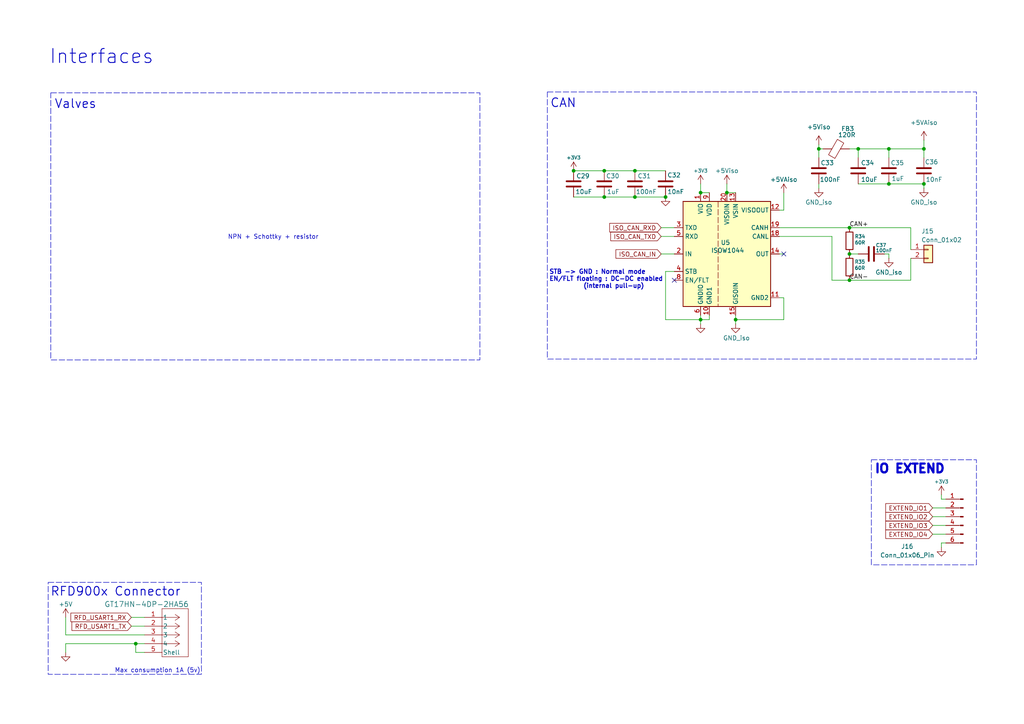
<source format=kicad_sch>
(kicad_sch (version 20250114) (generator "eeschema") (generator_version "9.0")
  (paper "A4")
  (lib_symbols
    (symbol "+5V_1" (power) (pin_numbers (hide yes)) (pin_names (offset 0) (hide yes))
      (property "Value" "+5V" (at 0 3.556 0))
      (symbol "+5V_1_0_1"
        (polyline (pts (xy -0.762 1.27) (xy 0 2.54)))
        (polyline (pts (xy 0 2.54) (xy 0.762 1.27)))
        (polyline (pts (xy 0 0) (xy 0 2.54)))
      )
      (symbol "+5V_1_1_1"
        (pin power_in line (at 0 0 90) (length 0) (name "~") (number "1"))
      )
    )
    (symbol "Connector:Conn_01x06_Pin" (pin_names (offset 1.016) (hide yes))
      (property "Reference" "J" (at 0 7.62 0))
      (property "Value" "Conn_01x06_Pin" (at 0 -10.16 0))
      (symbol "Conn_01x06_Pin_1_1"
        (rectangle (start 0.8636 5.207) (end 0 4.953) (stroke (width 0.1524)) (fill (type outline)))
        (rectangle (start 0.8636 2.667) (end 0 2.413) (stroke (width 0.1524)) (fill (type outline)))
        (rectangle (start 0.8636 0.127) (end 0 -0.127) (stroke (width 0.1524)) (fill (type outline)))
        (rectangle (start 0.8636 -2.413) (end 0 -2.667) (stroke (width 0.1524)) (fill (type outline)))
        (rectangle (start 0.8636 -4.953) (end 0 -5.207) (stroke (width 0.1524)) (fill (type outline)))
        (rectangle (start 0.8636 -7.493) (end 0 -7.747) (stroke (width 0.1524)) (fill (type outline)))
        (polyline (pts (xy 1.27 5.08) (xy 0.8636 5.08)) (stroke (width 0.1524)))
        (polyline (pts (xy 1.27 2.54) (xy 0.8636 2.54)) (stroke (width 0.1524)))
        (polyline (pts (xy 1.27 0) (xy 0.8636 0)) (stroke (width 0.1524)))
        (polyline (pts (xy 1.27 -2.54) (xy 0.8636 -2.54)) (stroke (width 0.1524)))
        (polyline (pts (xy 1.27 -5.08) (xy 0.8636 -5.08)) (stroke (width 0.1524)))
        (polyline (pts (xy 1.27 -7.62) (xy 0.8636 -7.62)) (stroke (width 0.1524)))
        (pin passive line (at 5.08 5.08 180) (length 3.81) (name "Pin_1") (number "1"))
        (pin passive line (at 5.08 2.54 180) (length 3.81) (name "Pin_2") (number "2"))
        (pin passive line (at 5.08 0 180) (length 3.81) (name "Pin_3") (number "3"))
        (pin passive line (at 5.08 -2.54 180) (length 3.81) (name "Pin_4") (number "4"))
        (pin passive line (at 5.08 -5.08 180) (length 3.81) (name "Pin_5") (number "5"))
        (pin passive line (at 5.08 -7.62 180) (length 3.81) (name "Pin_6") (number "6"))
      )
    )
    (symbol "Connector_Generic:Conn_01x02" (pin_names (offset 1.016) (hide yes))
      (property "Reference" "J" (at 0 2.54 0))
      (property "Value" "Conn_01x02" (at 0 -5.08 0))
      (symbol "Conn_01x02_1_1"
        (rectangle (start -1.27 1.27) (end 1.27 -3.81) (stroke (width 0.254)) (fill (type background)))
        (rectangle (start -1.27 0.127) (end 0 -0.127) (stroke (width 0.1524)))
        (rectangle (start -1.27 -2.413) (end 0 -2.667) (stroke (width 0.1524)))
        (pin passive line (at -5.08 0 0) (length 3.81) (name "Pin_1") (number "1"))
        (pin passive line (at -5.08 -2.54 0) (length 3.81) (name "Pin_2") (number "2"))
      )
    )
    (symbol "Device:C" (pin_numbers (hide yes)) (pin_names (offset 0.254))
      (property "Reference" "C" (at 0.635 2.54 0))
      (property "Value" "C" (at 0.635 -2.54 0))
      (symbol "C_0_1"
        (polyline (pts (xy -2.032 0.762) (xy 2.032 0.762)) (stroke (width 0.508)))
        (polyline (pts (xy -2.032 -0.762) (xy 2.032 -0.762)) (stroke (width 0.508)))
      )
      (symbol "C_1_1"
        (pin passive line (at 0 3.81 270) (length 2.794) (name "~") (number "1"))
        (pin passive line (at 0 -3.81 90) (length 2.794) (name "~") (number "2"))
      )
    )
    (symbol "Device:FerriteBead" (pin_numbers (hide yes)) (pin_names (offset 0))
      (property "Reference" "FB" (at -3.81 0.635 90))
      (property "Value" "FerriteBead" (at 3.81 0 90))
      (symbol "FerriteBead_0_1"
        (polyline (pts (xy -2.7686 0.4064) (xy -1.7018 2.2606) (xy 2.7686 -0.3048) (xy 1.6764 -2.159) (xy -2.7686 0.4064)))
        (polyline (pts (xy 0 1.27) (xy 0 1.2954)))
        (polyline (pts (xy 0 -1.27) (xy 0 -1.2192)))
      )
      (symbol "FerriteBead_1_1"
        (pin passive line (at 0 3.81 270) (length 2.54) (name "~") (number "1"))
        (pin passive line (at 0 -3.81 90) (length 2.54) (name "~") (number "2"))
      )
    )
    (symbol "Device:R" (pin_numbers (hide yes)) (pin_names (offset 0))
      (property "Reference" "R" (at 2.032 0 90))
      (property "Value" "R" (at 0 0 90))
      (symbol "R_0_1"
        (rectangle (start -1.016 -2.54) (end 1.016 2.54) (stroke (width 0.254)))
      )
      (symbol "R_1_1"
        (pin passive line (at 0 3.81 270) (length 1.27) (name "~") (number "1"))
        (pin passive line (at 0 -3.81 90) (length 1.27) (name "~") (number "2"))
      )
    )
    (symbol "Interface_CAN_LIN:ISOW1044"
      (property "Reference" "U" (at -12.7 16.51 0))
      (property "Value" "ISOW1044" (at 13.97 16.51 0))
      (symbol "ISOW1044_0_1"
        (rectangle (start -12.7 15.24) (end 12.7 -15.24) (stroke (width 0.254)) (fill (type background)))
      )
      (symbol "ISOW1044_1_1"
        (polyline (pts (xy -2.54 15.24) (xy -2.54 -15.24)) (stroke (width 0) (type dash)))
        (pin input line (at -15.24 7.62 0) (length 2.54) (name "TXD") (number "3"))
        (pin output line (at -15.24 5.08 0) (length 2.54) (name "RXD") (number "5"))
        (pin input line (at -15.24 0 0) (length 2.54) (name "IN") (number "2"))
        (pin input line (at -15.24 -5.08 0) (length 2.54) (name "STB") (number "4"))
        (pin input line (at -15.24 -7.62 0) (length 2.54) (name "EN/FLT") (number "8"))
        (pin no_connect line (at -12.7 -10.16 0) (length 2.54) (hide yes) (name "NC") (number "7"))
        (pin power_in line (at -7.62 17.78 270) (length 2.54) (name "VIO") (number "1"))
        (pin power_in line (at -7.62 -17.78 90) (length 2.54) (name "GNDIO") (number "6"))
        (pin power_in line (at -5.08 17.78 270) (length 2.54) (name "VDD") (number "9"))
        (pin power_in line (at -5.08 -17.78 90) (length 2.54) (name "GND1") (number "10"))
        (pin power_in line (at 0 17.78 270) (length 2.54) (name "VISOIN") (number "20"))
        (pin power_in line (at 2.54 17.78 270) (length 2.54) (name "VSIN") (number "13"))
        (pin power_in line (at 2.54 -17.78 90) (length 2.54) (name "GISOIN") (number "15"))
        (pin passive line (at 2.54 -17.78 90) (length 2.54) (hide yes) (name "GISOIN") (number "16"))
        (pin passive line (at 2.54 -17.78 90) (length 2.54) (hide yes) (name "GISOIN") (number "17"))
        (pin power_out line (at 15.24 12.7 180) (length 2.54) (name "VISOOUT") (number "12"))
        (pin bidirectional line (at 15.24 7.62 180) (length 2.54) (name "CANH") (number "19"))
        (pin bidirectional line (at 15.24 5.08 180) (length 2.54) (name "CANL") (number "18"))
        (pin output line (at 15.24 0 180) (length 2.54) (name "OUT") (number "14"))
        (pin power_out line (at 15.24 -12.7 180) (length 2.54) (name "GND2") (number "11"))
      )
    )
    (symbol "PCB_GSE:GT17HN-4DP-2HA56" (pin_names (offset 0.254))
      (property "Value" "GT17HN-4DP-2HA56" (at 1.016 4.064 0))
      (symbol "GT17HN-4DP-2HA56_1_1"
        (polyline (pts (xy 5.08 2.54) (xy 5.08 -11.43)) (stroke (width 0.127)))
        (polyline (pts (xy 5.08 -11.43) (xy 12.7 -11.43)) (stroke (width 0.127)))
        (polyline (pts (xy 10.16 0) (xy 5.08 0)) (stroke (width 0.127)))
        (polyline (pts (xy 10.16 0) (xy 8.89 0.8467)) (stroke (width 0.127)))
        (polyline (pts (xy 10.16 0) (xy 8.89 -0.8467)) (stroke (width 0.127)))
        (polyline (pts (xy 10.16 -2.54) (xy 5.08 -2.54)) (stroke (width 0.127)))
        (polyline (pts (xy 10.16 -2.54) (xy 8.89 -1.6933)) (stroke (width 0.127)))
        (polyline (pts (xy 10.16 -2.54) (xy 8.89 -3.3867)) (stroke (width 0.127)))
        (polyline (pts (xy 10.16 -5.08) (xy 5.08 -5.08)) (stroke (width 0.127)))
        (polyline (pts (xy 10.16 -5.08) (xy 8.89 -4.2333)) (stroke (width 0.127)))
        (polyline (pts (xy 10.16 -5.08) (xy 8.89 -5.9267)) (stroke (width 0.127)))
        (polyline (pts (xy 10.16 -7.62) (xy 5.08 -7.62)) (stroke (width 0.127)))
        (polyline (pts (xy 10.16 -7.62) (xy 8.89 -6.7733)) (stroke (width 0.127)))
        (polyline (pts (xy 10.16 -7.62) (xy 8.89 -8.4667)) (stroke (width 0.127)))
        (polyline (pts (xy 12.7 2.54) (xy 5.08 2.54)) (stroke (width 0.127)))
        (polyline (pts (xy 12.7 -11.43) (xy 12.7 2.54)) (stroke (width 0.127)))
        (pin unspecified line (at 0 0 0) (length 5.08) (name "1") (number "1"))
        (pin unspecified line (at 0 -2.54 0) (length 5.08) (name "2") (number "2"))
        (pin unspecified line (at 0 -5.08 0) (length 5.08) (name "3") (number "3"))
        (pin unspecified line (at 0 -7.62 0) (length 5.08) (name "4") (number "4"))
        (pin unspecified line (at 0 -10.16 0) (length 5.08) (name "Shell") (number "5"))
      )
      (symbol "GT17HN-4DP-2HA56_1_2"
        (polyline (pts (xy 5.08 2.54) (xy 5.08 -10.16)) (stroke (width 0.127)))
        (polyline (pts (xy 5.08 -10.16) (xy 12.7 -10.16)) (stroke (width 0.127)))
        (polyline (pts (xy 7.62 0) (xy 5.08 0)) (stroke (width 0.127)))
        (polyline (pts (xy 7.62 0) (xy 8.89 0.8467)) (stroke (width 0.127)))
        (polyline (pts (xy 7.62 0) (xy 8.89 -0.8467)) (stroke (width 0.127)))
        (polyline (pts (xy 7.62 -2.54) (xy 5.08 -2.54)) (stroke (width 0.127)))
        (polyline (pts (xy 7.62 -2.54) (xy 8.89 -1.6933)) (stroke (width 0.127)))
        (polyline (pts (xy 7.62 -2.54) (xy 8.89 -3.3867)) (stroke (width 0.127)))
        (polyline (pts (xy 7.62 -5.08) (xy 5.08 -5.08)) (stroke (width 0.127)))
        (polyline (pts (xy 7.62 -5.08) (xy 8.89 -4.2333)) (stroke (width 0.127)))
        (polyline (pts (xy 7.62 -5.08) (xy 8.89 -5.9267)) (stroke (width 0.127)))
        (polyline (pts (xy 7.62 -7.62) (xy 5.08 -7.62)) (stroke (width 0.127)))
        (polyline (pts (xy 7.62 -7.62) (xy 8.89 -6.7733)) (stroke (width 0.127)))
        (polyline (pts (xy 7.62 -7.62) (xy 8.89 -8.4667)) (stroke (width 0.127)))
        (polyline (pts (xy 12.7 2.54) (xy 5.08 2.54)) (stroke (width 0.127)))
        (polyline (pts (xy 12.7 -10.16) (xy 12.7 2.54)) (stroke (width 0.127)))
        (pin unspecified line (at 0 0 0) (length 5.08) (name "1") (number "1"))
        (pin unspecified line (at 0 -2.54 0) (length 5.08) (name "2") (number "2"))
        (pin unspecified line (at 0 -5.08 0) (length 5.08) (name "3") (number "3"))
        (pin unspecified line (at 0 -7.62 0) (length 5.08) (name "4") (number "4"))
      )
    )
    (symbol "power:+3V3" (power) (pin_names (offset 0))
      (property "Value" "+3V3" (at 0 3.556 0))
      (symbol "+3V3_0_1"
        (polyline (pts (xy -0.762 1.27) (xy 0 2.54)))
        (polyline (pts (xy 0 2.54) (xy 0.762 1.27)))
        (polyline (pts (xy 0 0) (xy 0 2.54)))
      )
      (symbol "+3V3_1_1"
        (pin power_in line (at 0 0 90) (length 0) (hide yes) (name "+3V3") (number "1"))
      )
    )
    (symbol "power:+5V" (power) (pin_numbers (hide yes)) (pin_names (offset 0) (hide yes))
      (property "Value" "+5V" (at 0 3.556 0))
      (symbol "+5V_0_1"
        (polyline (pts (xy -0.762 1.27) (xy 0 2.54)))
        (polyline (pts (xy 0 2.54) (xy 0.762 1.27)))
        (polyline (pts (xy 0 0) (xy 0 2.54)))
      )
      (symbol "+5V_1_1"
        (pin power_in line (at 0 0 90) (length 0) (name "~") (number "1"))
      )
    )
    (symbol "power:GND" (power) (pin_names (offset 0))
      (property "Value" "GND" (at 0 -3.81 0))
      (symbol "GND_0_1"
        (polyline (pts (xy 0 0) (xy 0 -1.27) (xy 1.27 -1.27) (xy 0 -2.54) (xy -1.27 -1.27) (xy 0 -1.27)))
      )
      (symbol "GND_1_1"
        (pin power_in line (at 0 0 270) (length 0) (hide yes) (name "GND") (number "1"))
      )
    )
    (symbol "power:GND1" (power) (pin_numbers (hide yes)) (pin_names (offset 0) (hide yes))
      (property "Value" "GND1" (at 0 -3.81 0))
      (symbol "GND1_0_1"
        (polyline (pts (xy 0 0) (xy 0 -1.27) (xy 1.27 -1.27) (xy 0 -2.54) (xy -1.27 -1.27) (xy 0 -1.27)))
      )
      (symbol "GND1_1_1"
        (pin power_in line (at 0 0 270) (length 0) (name "~") (number "1"))
      )
    )
  )
  (rectangle (start 14.732 26.924) (end 139.192 104.394) (stroke (width 0) (type dash)))
  (rectangle (start 13.97 168.91) (end 58.42 195.58) (stroke (width 0) (type dash)))
  (rectangle (start 252.73 133.35) (end 283.21 163.83) (stroke (width 0) (type dash)))
  (rectangle (start 158.75 26.67) (end 283.21 104.14) (stroke (width 0) (type dash)))
  (text "Max consumption 1A (5v)" (at 45.72 194.564 0) (effects (font (size 1.27 1.27))))
  (text "IO EXTEND" (at 253.492 134.62 0) (effects (font (size 2.54 2.54) (thickness 0.8) (bold yes)) (justify left top)))
  (text "NPN + Schottky + resistor" (at 79.248 68.834 0) (effects (font (size 1.27 1.27))))
  (text "Interfaces" (at 29.464 16.51 0) (effects (font (size 4.064 4.064) (thickness 0.254) (bold yes))))
  (text "STB -> GND : Normal mode\nEN/FLT floating : DC-DC enabled \n		(internal pull-up)" (at 159.258 83.82 0) (effects (font (size 1.27 1.27) (thickness 0.254) (bold yes)) (justify left bottom)))
  (text "RFD900x Connector" (at 33.528 171.704 0) (effects (font (size 2.54 2.54) (thickness 0.254) (bold yes))))
  (text "CAN" (at 159.512 31.496 0) (effects (font (size 2.54 2.54) (thickness 0.254) (bold yes)) (justify left bottom)))
  (text "Valves" (at 15.748 31.75 0) (effects (font (size 2.54 2.54) (thickness 0.254) (bold yes)) (justify left bottom)))
  (junction (at 175.26 57.15))
  (junction (at 210.82 55.88))
  (junction (at 246.38 81.28))
  (junction (at 246.38 66.04))
  (junction (at 237.49 43.18))
  (junction (at 203.2 55.88))
  (junction (at 39.37 186.69))
  (junction (at 213.36 92.71))
  (junction (at 184.15 57.15))
  (junction (at 267.97 43.18))
  (junction (at 267.97 53.34))
  (junction (at 193.04 57.15))
  (junction (at 248.92 43.18))
  (junction (at 257.81 53.34))
  (junction (at 166.37 49.53))
  (junction (at 203.2 92.71))
  (junction (at 246.38 73.66))
  (junction (at 184.15 49.53))
  (junction (at 175.26 49.53))
  (junction (at 257.81 43.18))
  (no_connect (at 195.58 81.28))
  (no_connect (at 227.33 73.66))
  (wire (pts (xy 257.81 73.66) (xy 256.54 73.66)))
  (wire (pts (xy 227.33 86.36) (xy 227.33 92.71)))
  (wire (pts (xy 205.74 92.71) (xy 205.74 91.44)))
  (wire (pts (xy 193.04 92.71) (xy 203.2 92.71)))
  (wire (pts (xy 227.33 86.36) (xy 226.06 86.36)))
  (wire (pts (xy 237.49 43.18) (xy 237.49 45.72)))
  (wire (pts (xy 246.38 81.28) (xy 264.16 81.28)))
  (wire (pts (xy 39.37 189.23) (xy 39.37 186.69)))
  (wire (pts (xy 166.37 49.53) (xy 175.26 49.53)))
  (wire (pts (xy 241.3 81.28) (xy 246.38 81.28)))
  (wire (pts (xy 273.05 144.78) (xy 274.32 144.78)))
  (wire (pts (xy 267.97 40.64) (xy 267.97 43.18)))
  (wire (pts (xy 241.3 68.58) (xy 241.3 81.28)))
  (wire (pts (xy 257.81 53.34) (xy 267.97 53.34)))
  (wire (pts (xy 237.49 41.91) (xy 237.49 43.18)))
  (wire (pts (xy 248.92 43.18) (xy 248.92 45.72)))
  (wire (pts (xy 237.49 54.61) (xy 237.49 53.34)))
  (wire (pts (xy 38.1 179.07) (xy 41.91 179.07)))
  (wire (pts (xy 184.15 57.15) (xy 193.04 57.15)))
  (wire (pts (xy 246.38 43.18) (xy 248.92 43.18)))
  (wire (pts (xy 213.36 92.71) (xy 213.36 91.44)))
  (wire (pts (xy 227.33 73.66) (xy 226.06 73.66)))
  (wire (pts (xy 273.05 157.48) (xy 274.32 157.48)))
  (wire (pts (xy 267.97 43.18) (xy 267.97 45.72)))
  (wire (pts (xy 193.04 78.74) (xy 193.04 92.71)))
  (wire (pts (xy 203.2 92.71) (xy 205.74 92.71)))
  (wire (pts (xy 270.51 154.94) (xy 274.32 154.94)))
  (wire (pts (xy 191.77 68.58) (xy 195.58 68.58)))
  (wire (pts (xy 246.38 66.04) (xy 264.16 66.04)))
  (wire (pts (xy 39.37 186.69) (xy 19.05 186.69)))
  (wire (pts (xy 41.91 186.69) (xy 39.37 186.69)))
  (wire (pts (xy 203.2 55.88) (xy 205.74 55.88)))
  (wire (pts (xy 203.2 53.34) (xy 203.2 55.88)))
  (wire (pts (xy 175.26 57.15) (xy 184.15 57.15)))
  (wire (pts (xy 273.05 158.75) (xy 273.05 157.48)))
  (wire (pts (xy 226.06 66.04) (xy 246.38 66.04)))
  (wire (pts (xy 175.26 49.53) (xy 184.15 49.53)))
  (wire (pts (xy 273.05 143.51) (xy 273.05 144.78)))
  (wire (pts (xy 248.92 43.18) (xy 257.81 43.18)))
  (wire (pts (xy 248.92 53.34) (xy 257.81 53.34)))
  (wire (pts (xy 270.51 152.4) (xy 274.32 152.4)))
  (wire (pts (xy 270.51 147.32) (xy 274.32 147.32)))
  (wire (pts (xy 264.16 72.39) (xy 264.16 66.04)))
  (wire (pts (xy 213.36 93.98) (xy 213.36 92.71)))
  (wire (pts (xy 257.81 43.18) (xy 267.97 43.18)))
  (wire (pts (xy 19.05 184.15) (xy 41.91 184.15)))
  (wire (pts (xy 227.33 92.71) (xy 213.36 92.71)))
  (wire (pts (xy 227.33 60.96) (xy 226.06 60.96)))
  (wire (pts (xy 203.2 92.71) (xy 203.2 91.44)))
  (wire (pts (xy 38.1 181.61) (xy 41.91 181.61)))
  (wire (pts (xy 19.05 186.69) (xy 19.05 189.23)))
  (wire (pts (xy 195.58 78.74) (xy 193.04 78.74)))
  (wire (pts (xy 257.81 43.18) (xy 257.81 45.72)))
  (wire (pts (xy 210.82 53.34) (xy 210.82 55.88)))
  (wire (pts (xy 237.49 43.18) (xy 238.76 43.18)))
  (wire (pts (xy 226.06 68.58) (xy 241.3 68.58)))
  (wire (pts (xy 41.91 189.23) (xy 39.37 189.23)))
  (wire (pts (xy 203.2 93.98) (xy 203.2 92.71)))
  (wire (pts (xy 166.37 57.15) (xy 175.26 57.15)))
  (wire (pts (xy 191.77 73.66) (xy 195.58 73.66)))
  (wire (pts (xy 246.38 73.66) (xy 248.92 73.66)))
  (wire (pts (xy 267.97 54.61) (xy 267.97 53.34)))
  (wire (pts (xy 191.77 66.04) (xy 195.58 66.04)))
  (wire (pts (xy 210.82 55.88) (xy 213.36 55.88)))
  (wire (pts (xy 270.51 149.86) (xy 274.32 149.86)))
  (wire (pts (xy 19.05 179.07) (xy 19.05 184.15)))
  (wire (pts (xy 227.33 55.88) (xy 227.33 60.96)))
  (wire (pts (xy 257.81 74.93) (xy 257.81 73.66)))
  (wire (pts (xy 184.15 49.53) (xy 193.04 49.53)))
  (wire (pts (xy 264.16 81.28) (xy 264.16 74.93)))
  (label "CAN-" (at 246.38 81.28 0))
  (label "CAN+" (at 246.38 66.04 0))
  (global_label "EXTEND_IO4" (shape input) (at 270.51 154.94 180) (property "Intersheetrefs" "${INTERSHEET_REFS}" (effects (hide yes))))
  (global_label "EXTEND_IO1" (shape input) (at 270.51 147.32 180) (property "Intersheetrefs" "${INTERSHEET_REFS}" (effects (hide yes))))
  (global_label "EXTEND_IO3" (shape input) (at 270.51 152.4 180) (property "Intersheetrefs" "${INTERSHEET_REFS}" (effects (hide yes))))
  (global_label "RFD_USART1_RX" (shape input) (at 38.1 179.07 180) (property "Intersheetrefs" "${INTERSHEET_REFS}" (effects (hide yes))))
  (global_label "ISO_CAN_IN" (shape input) (at 191.77 73.66 180) (property "Intersheetrefs" "${INTERSHEET_REFS}" (effects (hide yes))))
  (global_label "ISO_CAN_RXD" (shape input) (at 191.77 66.04 180) (property "Intersheetrefs" "${INTERSHEET_REFS}" (effects (hide yes))))
  (global_label "EXTEND_IO2" (shape input) (at 270.51 149.86 180) (property "Intersheetrefs" "${INTERSHEET_REFS}" (effects (hide yes))))
  (global_label "ISO_CAN_TXD" (shape input) (at 191.77 68.58 180) (property "Intersheetrefs" "${INTERSHEET_REFS}" (effects (hide yes))))
  (global_label "RFD_USART1_TX" (shape input) (at 38.1 181.61 180) (property "Intersheetrefs" "${INTERSHEET_REFS}" (effects (hide yes))))
  (symbol (lib_id "Device:R") (at 246.38 77.47 180) (unit 1)
    (property "Reference" "R35" (at 250.952 75.946 0) (effects (font (size 1 1)) (justify left)))
    (property "Value" "60R" (at 250.952 77.724 0) (effects (font (size 1 1)) (justify left)))
    (property "Footprint" "Resistor_SMD:R_0805_2012Metric" (effects (hide yes)))
  )
  (symbol (lib_id "Device:C") (at 267.97 49.53 0) (unit 1)
    (property "Reference" "C36" (at 268.224 46.99 0) (effects (justify left)))
    (property "Value" "10nF" (at 268.478 52.07 0) (effects (justify left)))
    (property "Footprint" "Capacitor_SMD:C_0603_1608Metric" (effects (hide yes)))
    (property "Description" "Unpolarized capacitor" (effects (hide yes)))
  )
  (symbol (lib_name "+5V_1") (lib_id "power:+5V") (at 267.97 40.64 0) (unit 1)
    (property "Reference" "#PWR019" (effects (hide yes)))
    (property "Value" "+5VAiso" (at 267.97 35.56 0))
    (property "Description" "Power symbol creates a global label with name \"+5V\"" (effects (hide yes)))
  )
  (symbol (lib_name "+5V_1") (lib_id "power:+5V") (at 227.33 55.88 0) (unit 1)
    (property "Reference" "#PWR020" (effects (hide yes)))
    (property "Value" "+5VAiso" (at 227.33 52.07 0))
    (property "Description" "Power symbol creates a global label with name \"+5V\"" (effects (hide yes)))
  )
  (symbol (lib_id "power:+3V3") (at 203.2 53.34 0) (unit 1)
    (property "Reference" "#PWR010" (effects (hide yes)))
    (property "Value" "+3V3" (at 203.2 49.53 0) (effects (font (size 1 1))))
  )
  (symbol (lib_id "Device:C") (at 193.04 53.34 0) (unit 1)
    (property "Reference" "C32" (at 193.548 50.8 0) (effects (justify left)))
    (property "Value" "10nF" (at 193.548 55.626 0) (effects (justify left)))
    (property "Footprint" "Capacitor_SMD:C_0603_1608Metric" (effects (hide yes)))
    (property "Description" "Unpolarized capacitor" (effects (hide yes)))
  )
  (symbol (lib_id "power:GND") (at 203.2 93.98 0) (unit 1)
    (property "Reference" "#PWR012" (effects (hide yes)))
    (property "Value" "GND" (effects (hide yes)))
  )
  (symbol (lib_id "power:GND1") (at 257.81 74.93 0) (unit 1)
    (property "Reference" "#PWR014" (effects (hide yes)))
    (property "Value" "GND_iso" (at 257.81 78.994 0))
    (property "Description" "Power symbol creates a global label with name \"GND1\" , ground" (effects (hide yes)))
  )
  (symbol (lib_id "Device:FerriteBead") (at 242.57 43.18 90) (unit 1)
    (property "Reference" "FB3" (at 245.872 37.338 90))
    (property "Value" "120R" (at 245.618 39.116 90))
    (property "Footprint" "Inductor_SMD:L_0805_2012Metric" (effects (hide yes)))
    (property "Description" "Ferrite bead" (effects (hide yes)))
  )
  (symbol (lib_id "power:+3V3") (at 166.37 49.53 0) (unit 1)
    (property "Reference" "#PWR016" (effects (hide yes)))
    (property "Value" "+3V3" (at 166.37 45.72 0) (effects (font (size 1 1))))
  )
  (symbol (lib_id "Device:R") (at 246.38 69.85 180) (unit 1)
    (property "Reference" "R34" (at 247.904 68.58 0) (effects (font (size 1 1)) (justify right)))
    (property "Value" "60R" (at 247.904 70.358 0) (effects (font (size 1 1)) (justify right)))
    (property "Footprint" "Resistor_SMD:R_0805_2012Metric" (effects (hide yes)))
  )
  (symbol (lib_id "power:GND1") (at 237.49 54.61 0) (unit 1)
    (property "Reference" "#PWR015" (effects (hide yes)))
    (property "Value" "GND_iso" (at 237.49 58.674 0))
    (property "Description" "Power symbol creates a global label with name \"GND1\" , ground" (effects (hide yes)))
  )
  (symbol (lib_id "power:+3V3") (at 273.05 143.51 0) (unit 1)
    (property "Reference" "#PWR0126" (effects (hide yes)))
    (property "Value" "+3V3" (at 273.05 139.7 0) (effects (font (size 1 1))))
  )
  (symbol (lib_id "Connector_Generic:Conn_01x02") (at 269.24 72.39 0) (unit 1)
    (property "Reference" "J15" (at 267.208 67.056 0) (effects (justify left)))
    (property "Value" "Conn_01x02" (at 267.208 69.596 0) (effects (justify left)))
    (property "Footprint" "pcb_moteur:CONN_2189890010-SD_02_MOL" (effects (hide yes)))
    (property "Datasheet" "https://www.digikey.ca/en/products/detail/molex/2189890210/17627773?s=N4IgTCBcDa4IwA4CcyAMY6pAXQL5A" (effects (hide yes)))
    (property "Description" "Molex connector, mates with : https://www.digikey.ca/en/products/detail/molex/2157591002/14668563" (effects (hide yes)))
  )
  (symbol (lib_id "Interface_CAN_LIN:ISOW1044") (at 210.82 73.66 0) (unit 1)
    (property "Reference" "U5" (at 209.042 70.358 0) (effects (justify left)))
    (property "Value" "ISOW1044" (at 215.9 72.644 0) (effects (justify right)))
    (property "Footprint" "Package_SO:SOIC-20W_7.5x12.8mm_P1.27mm" (effects (hide yes)))
    (property "Datasheet" "https://www.ti.com/lit/ds/symlink/isow1044.pdf" (effects (hide yes)))
    (property "Description" "Isolated CAN FD Transceiver, Integrated DC-DC Converter, 5Mbps, Reinforced Isolation,  SOIC-20W" (effects (hide yes)))
  )
  (symbol (lib_id "Device:C") (at 252.73 73.66 90) (unit 1)
    (property "Reference" "C37" (at 254 71.12 90) (effects (font (size 1 1)) (justify right)))
    (property "Value" "100nF" (at 254 72.644 90) (effects (font (size 1 1)) (justify right)))
    (property "Footprint" "Capacitor_SMD:C_0805_2012Metric" (effects (hide yes)))
  )
  (symbol (lib_name "+5V_1") (lib_id "power:+5V") (at 237.49 41.91 0) (unit 1)
    (property "Reference" "#PWR017" (effects (hide yes)))
    (property "Value" "+5Viso" (at 237.49 36.83 0))
    (property "Description" "Power symbol creates a global label with name \"+5V\"" (effects (hide yes)))
  )
  (symbol (lib_id "Device:C") (at 248.92 49.53 0) (unit 1)
    (property "Reference" "C34" (at 249.682 47.244 0) (effects (justify left)))
    (property "Value" "10uF" (at 249.682 52.07 0) (effects (justify left)))
    (property "Footprint" "Capacitor_SMD:C_0805_2012Metric" (effects (hide yes)))
    (property "Description" "Unpolarized capacitor" (effects (hide yes)))
  )
  (symbol (lib_id "PCB_GSE:GT17HN-4DP-2HA56") (at 41.91 179.07 0) (unit 1)
    (property "Reference" "J1" (effects (hide yes)))
    (property "Value" "GT17HN-4DP-2HA56" (at 30.226 175.26 0) (effects (font (size 1.524 1.524)) (justify left)))
    (property "Footprint" "CONN4_GT17HN_HIR" (effects (hide yes)))
    (property "Datasheet" "GT17HN-4DP-2HA56" (effects (hide yes)))
  )
  (symbol (lib_id "Device:C") (at 257.81 49.53 0) (unit 1)
    (property "Reference" "C35" (at 258.318 47.244 0) (effects (justify left)))
    (property "Value" "1uF" (at 258.572 51.816 0) (effects (justify left)))
    (property "Footprint" "Capacitor_SMD:C_0805_2012Metric" (effects (hide yes)))
    (property "Description" "Unpolarized capacitor" (effects (hide yes)))
  )
  (symbol (lib_id "Device:C") (at 237.49 49.53 0) (unit 1)
    (property "Reference" "C33" (at 237.998 47.244 0) (effects (justify left)))
    (property "Value" "100nF" (at 237.744 52.07 0) (effects (justify left)))
    (property "Footprint" "Capacitor_SMD:C_0805_2012Metric" (effects (hide yes)))
    (property "Description" "Unpolarized capacitor" (effects (hide yes)))
  )
  (symbol (lib_id "Device:C") (at 166.37 53.34 0) (unit 1)
    (property "Reference" "C29" (at 167.132 51.054 0) (effects (justify left)))
    (property "Value" "10uF" (at 166.878 55.626 0) (effects (justify left)))
    (property "Footprint" "Capacitor_SMD:C_0805_2012Metric" (effects (hide yes)))
    (property "Description" "Unpolarized capacitor" (effects (hide yes)))
  )
  (symbol (lib_id "power:GND") (at 193.04 57.15 0) (unit 1)
    (property "Reference" "#PWR043" (effects (hide yes)))
    (property "Value" "GND" (effects (hide yes)))
  )
  (symbol (lib_id "power:+5V") (at 19.05 179.07 0) (unit 1)
    (property "Reference" "#PWR09" (effects (hide yes)))
    (property "Value" "+5V" (at 19.05 175.26 0))
    (property "Description" "Power symbol creates a global label with name \"+5V\"" (effects (hide yes)))
  )
  (symbol (lib_id "power:GND1") (at 213.36 93.98 0) (unit 1)
    (property "Reference" "#PWR013" (effects (hide yes)))
    (property "Value" "GND_iso" (at 213.614 98.044 0))
    (property "Description" "Power symbol creates a global label with name \"GND1\" , ground" (effects (hide yes)))
  )
  (symbol (lib_id "Device:C") (at 175.26 53.34 0) (unit 1)
    (property "Reference" "C30" (at 175.768 51.054 0) (effects (justify left)))
    (property "Value" "1uF" (at 176.022 55.626 0) (effects (justify left)))
    (property "Footprint" "Capacitor_SMD:C_0805_2012Metric" (effects (hide yes)))
    (property "Description" "Unpolarized capacitor" (effects (hide yes)))
  )
  (symbol (lib_id "power:GND") (at 273.05 158.75 0) (unit 1)
    (property "Reference" "#PWR0129" (effects (hide yes)))
    (property "Value" "GND" (effects (hide yes)))
  )
  (symbol (lib_id "Device:C") (at 184.15 53.34 0) (unit 1)
    (property "Reference" "C31" (at 184.912 51.054 0) (effects (justify left)))
    (property "Value" "100nF" (at 184.404 55.626 0) (effects (font (thickness 0.1588)) (justify left)))
    (property "Footprint" "Capacitor_SMD:C_0805_2012Metric" (effects (hide yes)))
    (property "Description" "Unpolarized capacitor" (effects (hide yes)))
  )
  (symbol (lib_name "+5V_1") (lib_id "power:+5V") (at 210.82 53.34 0) (unit 1)
    (property "Reference" "#PWR018" (effects (hide yes)))
    (property "Value" "+5Viso" (at 210.82 49.53 0))
    (property "Description" "Power symbol creates a global label with name \"+5V\"" (effects (hide yes)))
  )
  (symbol (lib_id "power:GND") (at 19.05 189.23 0) (unit 1)
    (property "Reference" "#PWR071" (effects (hide yes)))
    (property "Value" "GND" (effects (hide yes)))
  )
  (symbol (lib_id "power:GND1") (at 267.97 54.61 0) (unit 1)
    (property "Reference" "#PWR026" (effects (hide yes)))
    (property "Value" "GND_iso" (at 267.97 58.674 0))
    (property "Description" "Power symbol creates a global label with name \"GND1\" , ground" (effects (hide yes)))
  )
  (symbol (lib_id "Connector:Conn_01x06_Pin") (at 279.4 149.86 0) (mirror y) (unit 1)
    (property "Reference" "J16" (at 263.144 158.496 0))
    (property "Value" "Conn_01x06_Pin" (at 263.144 161.036 0))
    (property "Footprint" "Connector_PinSocket_2.54mm:PinSocket_2x03_P2.54mm_Vertical" (effects (hide yes)))
    (property "Description" "Generic connector, single row, 01x06, script generated" (effects (hide yes)))
  )
)
</source>
